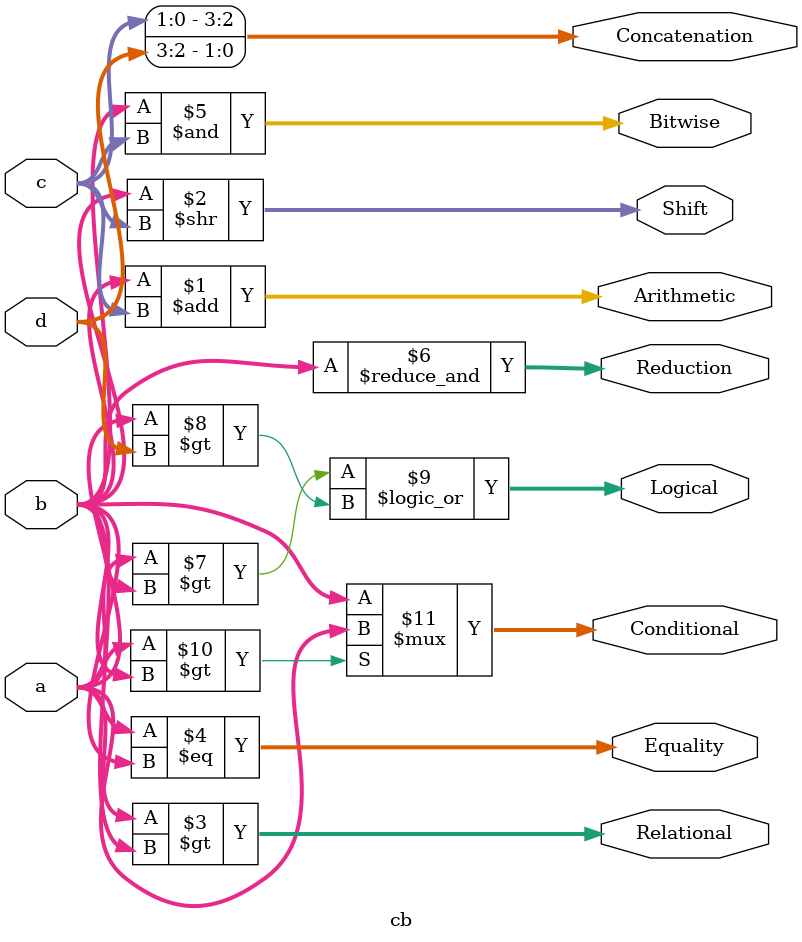
<source format=v>

module cb(
  input [3:0] a, b, c, d,
  output [3:0] Arithmetic, Shift, Relational, Equality, Bitwise, Reduction, Logical, Concatenation, Conditional
);

  assign Arithmetic = b + c;
  assign Shift = b >> c;    // shift right b by c bits
  assign Relational = a > b;
  assign Equality = a == b;
  assign Bitwise = b & c;   // bitwise AND for all bits in b and c
  assign Reduction = &b;  // bitwise OR between all bits in b
  assign Logical = (a > b) || (a > d);
  assign Concatenation = {c[1:0], d[3:2]};
  assign Conditional = (a > b) ? a : b;

endmodule
</source>
